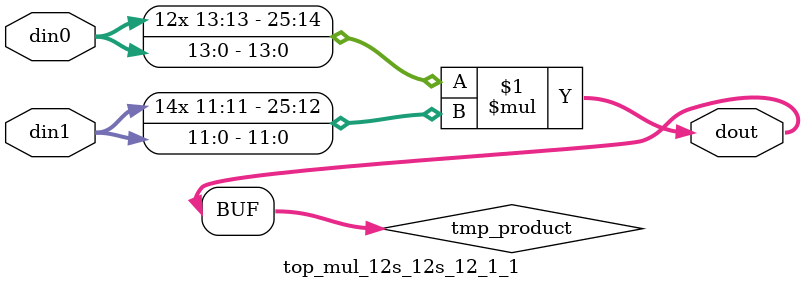
<source format=v>

`timescale 1 ns / 1 ps

  module top_mul_12s_12s_12_1_1(din0, din1, dout);
parameter ID = 1;
parameter NUM_STAGE = 0;
parameter din0_WIDTH = 14;
parameter din1_WIDTH = 12;
parameter dout_WIDTH = 26;

input [din0_WIDTH - 1 : 0] din0; 
input [din1_WIDTH - 1 : 0] din1; 
output [dout_WIDTH - 1 : 0] dout;

wire signed [dout_WIDTH - 1 : 0] tmp_product;













assign tmp_product = $signed(din0) * $signed(din1);








assign dout = tmp_product;







endmodule

</source>
